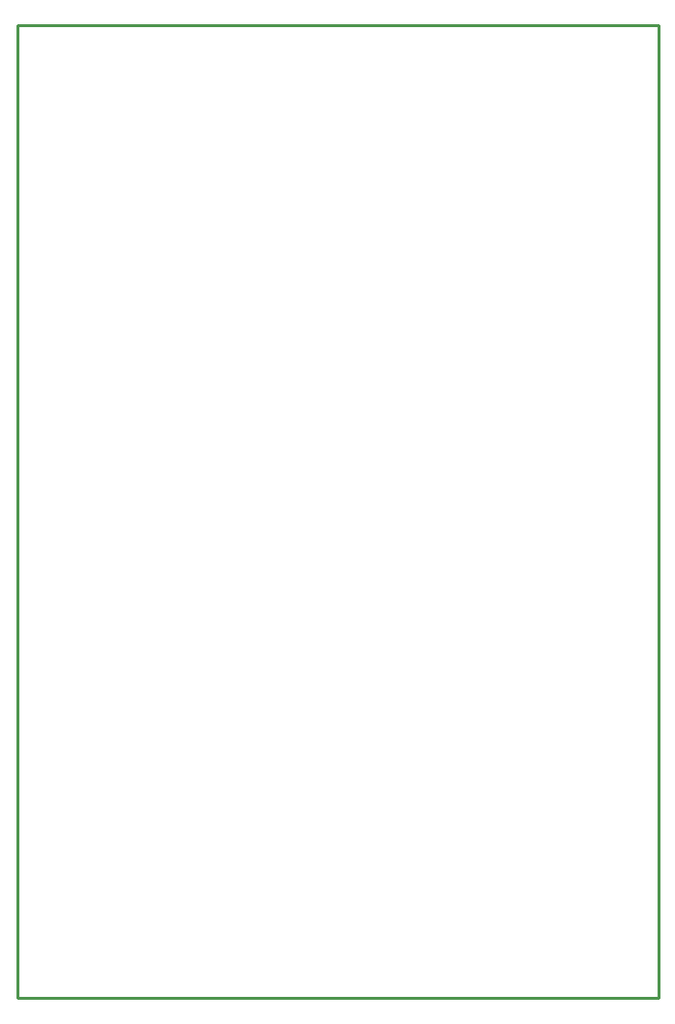
<source format=gko>
G04 start of page 12 for group 7 layer_idx 4 *
G04 Title: Zuul, global_outline *
G04 Creator: pcb-rnd 2.1.1 *
G04 CreationDate: 2019-04-12 16:05:21 UTC *
G04 For:  *
G04 Format: Gerber/RS-274X *
G04 PCB-Dimensions: 220472 334646 *
G04 PCB-Coordinate-Origin: lower left *
%MOIN*%
%FSLAX25Y25*%
%LNGLOBAL_OUTLINE*%
%ADD100C,0.0100*%
G54D100*X0Y334646D02*Y0D01*
Y334646D02*X220472D01*
X0Y0D02*X220472D01*
Y334646D02*Y0D01*
M02*

</source>
